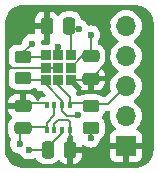
<source format=gbr>
%TF.GenerationSoftware,KiCad,Pcbnew,8.0.1*%
%TF.CreationDate,2024-05-03T15:12:58-07:00*%
%TF.ProjectId,DAWN_sensor_pcb,4441574e-5f73-4656-9e73-6f725f706362,rev?*%
%TF.SameCoordinates,Original*%
%TF.FileFunction,Copper,L1,Top*%
%TF.FilePolarity,Positive*%
%FSLAX46Y46*%
G04 Gerber Fmt 4.6, Leading zero omitted, Abs format (unit mm)*
G04 Created by KiCad (PCBNEW 8.0.1) date 2024-05-03 15:12:58*
%MOMM*%
%LPD*%
G01*
G04 APERTURE LIST*
G04 Aperture macros list*
%AMRoundRect*
0 Rectangle with rounded corners*
0 $1 Rounding radius*
0 $2 $3 $4 $5 $6 $7 $8 $9 X,Y pos of 4 corners*
0 Add a 4 corners polygon primitive as box body*
4,1,4,$2,$3,$4,$5,$6,$7,$8,$9,$2,$3,0*
0 Add four circle primitives for the rounded corners*
1,1,$1+$1,$2,$3*
1,1,$1+$1,$4,$5*
1,1,$1+$1,$6,$7*
1,1,$1+$1,$8,$9*
0 Add four rect primitives between the rounded corners*
20,1,$1+$1,$2,$3,$4,$5,0*
20,1,$1+$1,$4,$5,$6,$7,0*
20,1,$1+$1,$6,$7,$8,$9,0*
20,1,$1+$1,$8,$9,$2,$3,0*%
G04 Aperture macros list end*
%TA.AperFunction,SMDPad,CuDef*%
%ADD10RoundRect,0.250000X-0.250000X-0.475000X0.250000X-0.475000X0.250000X0.475000X-0.250000X0.475000X0*%
%TD*%
%TA.AperFunction,SMDPad,CuDef*%
%ADD11R,0.350000X0.500000*%
%TD*%
%TA.AperFunction,SMDPad,CuDef*%
%ADD12R,0.850000X0.850000*%
%TD*%
%TA.AperFunction,ComponentPad*%
%ADD13O,1.700000X1.700000*%
%TD*%
%TA.AperFunction,ComponentPad*%
%ADD14R,1.700000X1.700000*%
%TD*%
%TA.AperFunction,SMDPad,CuDef*%
%ADD15RoundRect,0.250000X-0.450000X0.262500X-0.450000X-0.262500X0.450000X-0.262500X0.450000X0.262500X0*%
%TD*%
%TA.AperFunction,SMDPad,CuDef*%
%ADD16RoundRect,0.250000X0.450000X-0.262500X0.450000X0.262500X-0.450000X0.262500X-0.450000X-0.262500X0*%
%TD*%
%TA.AperFunction,SMDPad,CuDef*%
%ADD17RoundRect,0.250000X0.475000X-0.250000X0.475000X0.250000X-0.475000X0.250000X-0.475000X-0.250000X0*%
%TD*%
%TA.AperFunction,SMDPad,CuDef*%
%ADD18RoundRect,0.250000X0.250000X0.475000X-0.250000X0.475000X-0.250000X-0.475000X0.250000X-0.475000X0*%
%TD*%
%TA.AperFunction,SMDPad,CuDef*%
%ADD19RoundRect,0.250000X-0.475000X0.250000X-0.475000X-0.250000X0.475000X-0.250000X0.475000X0.250000X0*%
%TD*%
%TA.AperFunction,ViaPad*%
%ADD20C,0.600000*%
%TD*%
%TA.AperFunction,Conductor*%
%ADD21C,0.200000*%
%TD*%
G04 APERTURE END LIST*
D10*
%TO.P,C4,1*%
%TO.N,+3.3V*%
X141603750Y-71891250D03*
%TO.P,C4,2*%
%TO.N,GND*%
X143503750Y-71891250D03*
%TD*%
D11*
%TO.P,U2,1,GND*%
%TO.N,GND*%
X141528750Y-68141250D03*
%TO.P,U2,2,CSB*%
%TO.N,+3.3V*%
X142178750Y-68141250D03*
%TO.P,U2,3,SDI*%
%TO.N,SDA*%
X142828750Y-68141250D03*
%TO.P,U2,4,SCK*%
%TO.N,SCL*%
X143478750Y-68141250D03*
%TO.P,U2,5,SDO*%
%TO.N,GND*%
X143478750Y-70191250D03*
%TO.P,U2,6,VDDIO*%
%TO.N,+3.3V*%
X142828750Y-70191250D03*
%TO.P,U2,7,GND*%
%TO.N,GND*%
X142178750Y-70191250D03*
%TO.P,U2,8,VDD*%
%TO.N,+3.3V*%
X141528750Y-70191250D03*
%TD*%
D12*
%TO.P,U1,1,MOSI/SDA*%
%TO.N,SDA*%
X141453750Y-66016250D03*
%TO.P,U1,2,SCLK/SCL*%
%TO.N,SCL*%
X142503750Y-66016250D03*
%TO.P,U1,3,MISO/ADDR*%
%TO.N,GND*%
X143553750Y-66016250D03*
%TO.P,U1,4,VDD*%
%TO.N,+3.3V*%
X143553750Y-64966250D03*
%TO.P,U1,5,VDDIO*%
X143553750Y-63916250D03*
%TO.P,U1,6,~{INT}*%
%TO.N,INTn*%
X142503750Y-63916250D03*
%TO.P,U1,7,~{CS}*%
%TO.N,+3.3V*%
X141453750Y-63916250D03*
%TO.P,U1,8,VSS*%
%TO.N,GND*%
X141453750Y-64966250D03*
%TO.P,U1,9,VSS__1*%
X142503750Y-64966250D03*
%TD*%
D13*
%TO.P,J1,5,Pin_5*%
%TO.N,+3.3V*%
X148253750Y-61416250D03*
%TO.P,J1,4,Pin_4*%
%TO.N,SDA*%
X148253750Y-63956250D03*
%TO.P,J1,3,Pin_3*%
%TO.N,SCL*%
X148253750Y-66496250D03*
%TO.P,J1,2,Pin_2*%
%TO.N,INTn*%
X148253750Y-69036250D03*
D14*
%TO.P,J1,1,Pin_1*%
%TO.N,GND*%
X148253750Y-71576250D03*
%TD*%
D15*
%TO.P,R3,1*%
%TO.N,+3.3V*%
X139503750Y-64003750D03*
%TO.P,R3,2*%
%TO.N,SDA*%
X139503750Y-65828750D03*
%TD*%
D16*
%TO.P,R4,1*%
%TO.N,+3.3V*%
X145253750Y-70053750D03*
%TO.P,R4,2*%
%TO.N,SCL*%
X145253750Y-68228750D03*
%TD*%
D17*
%TO.P,C3,1*%
%TO.N,+3.3V*%
X139503750Y-70091250D03*
%TO.P,C3,2*%
%TO.N,GND*%
X139503750Y-68191250D03*
%TD*%
D18*
%TO.P,C2,1*%
%TO.N,+3.3V*%
X143453750Y-61416250D03*
%TO.P,C2,2*%
%TO.N,GND*%
X141553750Y-61416250D03*
%TD*%
D19*
%TO.P,C1,1*%
%TO.N,+3.3V*%
X145253750Y-63966250D03*
%TO.P,C1,2*%
%TO.N,GND*%
X145253750Y-65866250D03*
%TD*%
D20*
%TO.N,GND*%
X146753750Y-61416250D03*
X146753750Y-63666250D03*
%TO.N,+3.3V*%
X139253750Y-71416250D03*
X144253750Y-61666250D03*
X145253750Y-70916250D03*
X140253750Y-62916250D03*
X140003750Y-71916250D03*
X145253750Y-62166250D03*
%TO.N,SDA*%
X144211192Y-68954322D03*
%TO.N,INTn*%
X142503750Y-63166250D03*
%TD*%
D21*
%TO.N,GND*%
X145353750Y-66016250D02*
X145503750Y-65866250D01*
X145253750Y-65866250D02*
X146753750Y-64366250D01*
X143553750Y-66016250D02*
X145353750Y-66016250D01*
X139303750Y-67916250D02*
X139253750Y-67966250D01*
X146753750Y-64366250D02*
X146753750Y-63666250D01*
X143478750Y-71641250D02*
X143503750Y-71666250D01*
X141453750Y-64966250D02*
X142503750Y-64966250D01*
X142178750Y-69966250D02*
X142178750Y-69741250D01*
X143478750Y-69516250D02*
X143478750Y-69966250D01*
X143478750Y-69966250D02*
X143478750Y-71641250D01*
X143378750Y-69416250D02*
X143478750Y-69516250D01*
X142503750Y-69416250D02*
X143378750Y-69416250D01*
X141453750Y-64966250D02*
X138283750Y-64966250D01*
X142178750Y-69741250D02*
X142503750Y-69416250D01*
X141528750Y-67916250D02*
X139303750Y-67916250D01*
%TO.N,+3.3V*%
X140003750Y-71916250D02*
X141353750Y-71916250D01*
X139253750Y-64003750D02*
X141366250Y-64003750D01*
X143553750Y-62216250D02*
X143253750Y-61916250D01*
X142178750Y-68941250D02*
X141528750Y-69591250D01*
X145253750Y-63966250D02*
X145253750Y-62166250D01*
X143553750Y-63916250D02*
X143553750Y-62216250D01*
X145503750Y-63966250D02*
X144553750Y-63966250D01*
X141528750Y-69966250D02*
X139353750Y-69966250D01*
X142178750Y-67916250D02*
X142178750Y-68941250D01*
X145253750Y-69828750D02*
X145253750Y-70916250D01*
X141366250Y-64003750D02*
X141453750Y-63916250D01*
X142828750Y-69966250D02*
X142828750Y-70441250D01*
X141528750Y-69591250D02*
X141528750Y-69966250D01*
X142828750Y-70441250D02*
X141603750Y-71666250D01*
X139353750Y-69966250D02*
X139253750Y-69866250D01*
X139253750Y-63916250D02*
X139253750Y-64003750D01*
X141353750Y-71916250D02*
X141603750Y-71666250D01*
X139253750Y-69866250D02*
X139253750Y-71416250D01*
X143503750Y-61666250D02*
X143253750Y-61916250D01*
X140253750Y-62916250D02*
X139253750Y-63916250D01*
X144253750Y-61666250D02*
X143503750Y-61666250D01*
X144553750Y-63966250D02*
X143553750Y-64966250D01*
%TO.N,SDA*%
X144149264Y-69016250D02*
X143253750Y-69016250D01*
X144211192Y-68954322D02*
X144149264Y-69016250D01*
X139441250Y-66016250D02*
X139253750Y-65828750D01*
X143253750Y-69016250D02*
X142828750Y-68591250D01*
X141453750Y-66016250D02*
X139441250Y-66016250D01*
X142828750Y-68591250D02*
X142828750Y-68141250D01*
X144211192Y-68954322D02*
X144183225Y-68926355D01*
X141453750Y-66016250D02*
X141453750Y-66366250D01*
X142828750Y-67741250D02*
X142828750Y-68141250D01*
X141453750Y-66366250D02*
X142828750Y-67741250D01*
%TO.N,SCL*%
X143478750Y-67916250D02*
X145166250Y-67916250D01*
X146746250Y-68003750D02*
X148253750Y-66496250D01*
X143478750Y-67391250D02*
X143478750Y-67916250D01*
X142503750Y-66416250D02*
X143478750Y-67391250D01*
X145253750Y-68003750D02*
X146746250Y-68003750D01*
X145166250Y-67916250D02*
X145253750Y-68003750D01*
X142503750Y-66016250D02*
X142503750Y-66416250D01*
%TO.N,INTn*%
X142503750Y-63916250D02*
X142503750Y-63166250D01*
%TD*%
%TA.AperFunction,Conductor*%
%TO.N,GND*%
G36*
X149019897Y-59666751D02*
G01*
X149081363Y-59666750D01*
X149090208Y-59667065D01*
X149290345Y-59681378D01*
X149307851Y-59683895D01*
X149499579Y-59725603D01*
X149516544Y-59730584D01*
X149700392Y-59799156D01*
X149716475Y-59806500D01*
X149888695Y-59900540D01*
X149903560Y-59910093D01*
X150060642Y-60027686D01*
X150074005Y-60039265D01*
X150212750Y-60178012D01*
X150224336Y-60191384D01*
X150341911Y-60348450D01*
X150351476Y-60363333D01*
X150445507Y-60535543D01*
X150452856Y-60551636D01*
X150521416Y-60735462D01*
X150521421Y-60735474D01*
X150526405Y-60752451D01*
X150568107Y-60944175D01*
X150570624Y-60961687D01*
X150584969Y-61162325D01*
X150585285Y-61171170D01*
X150585284Y-61240753D01*
X150585286Y-61240782D01*
X150585286Y-71842752D01*
X150585284Y-71842786D01*
X150585285Y-71911839D01*
X150584969Y-71920684D01*
X150570660Y-72120815D01*
X150568143Y-72138328D01*
X150526438Y-72330060D01*
X150521454Y-72347035D01*
X150452889Y-72530879D01*
X150445539Y-72546974D01*
X150351509Y-72719182D01*
X150341944Y-72734065D01*
X150224363Y-72891139D01*
X150212777Y-72904511D01*
X150074033Y-73043257D01*
X150060662Y-73054843D01*
X149903586Y-73172430D01*
X149888702Y-73181995D01*
X149716497Y-73276027D01*
X149700404Y-73283377D01*
X149516557Y-73351949D01*
X149499580Y-73356933D01*
X149307859Y-73398638D01*
X149290347Y-73401156D01*
X149090713Y-73415433D01*
X149081868Y-73415749D01*
X149013813Y-73415749D01*
X149013745Y-73415752D01*
X139504495Y-73416174D01*
X139495527Y-73415850D01*
X139292713Y-73401154D01*
X139274977Y-73398570D01*
X139080796Y-73355757D01*
X139063617Y-73350643D01*
X138896143Y-73287283D01*
X138877632Y-73280280D01*
X138861371Y-73272743D01*
X138687484Y-73176309D01*
X138672479Y-73166507D01*
X138514300Y-73046003D01*
X138500864Y-73034138D01*
X138361718Y-72892095D01*
X138350134Y-72878419D01*
X138343698Y-72869600D01*
X138232914Y-72717793D01*
X138223425Y-72702594D01*
X138130586Y-72526744D01*
X138123391Y-72510344D01*
X138056871Y-72322941D01*
X138052114Y-72305666D01*
X138039402Y-72241781D01*
X138013308Y-72110640D01*
X138011091Y-72092857D01*
X138009777Y-72067492D01*
X138000666Y-71891543D01*
X138000500Y-71885130D01*
X138000500Y-71881453D01*
X138000526Y-71878900D01*
X138000764Y-71867325D01*
X138001751Y-71819430D01*
X138001749Y-71819423D01*
X138001253Y-71814935D01*
X138000500Y-71801288D01*
X138000500Y-70391251D01*
X138278250Y-70391251D01*
X138278251Y-70391269D01*
X138288750Y-70494046D01*
X138288751Y-70494049D01*
X138343935Y-70660581D01*
X138343937Y-70660586D01*
X138365620Y-70695739D01*
X138429185Y-70798796D01*
X138436039Y-70809907D01*
X138521668Y-70895536D01*
X138555153Y-70956859D01*
X138550169Y-71026551D01*
X138538982Y-71049186D01*
X138527961Y-71066726D01*
X138527960Y-71066728D01*
X138468383Y-71236987D01*
X138468380Y-71237000D01*
X138448185Y-71416246D01*
X138448185Y-71416253D01*
X138468380Y-71595499D01*
X138468381Y-71595504D01*
X138527961Y-71765773D01*
X138591771Y-71867325D01*
X138623934Y-71918512D01*
X138751488Y-72046066D01*
X138799526Y-72076250D01*
X138884536Y-72129666D01*
X138904228Y-72142039D01*
X139074495Y-72201618D01*
X139074500Y-72201619D01*
X139132969Y-72208206D01*
X139190740Y-72214715D01*
X139255154Y-72241781D01*
X139281851Y-72271963D01*
X139373934Y-72418512D01*
X139501488Y-72546066D01*
X139591830Y-72602832D01*
X139625781Y-72624165D01*
X139654228Y-72642039D01*
X139778678Y-72685586D01*
X139824495Y-72701618D01*
X139824500Y-72701619D01*
X140003746Y-72721815D01*
X140003750Y-72721815D01*
X140003754Y-72721815D01*
X140182999Y-72701619D01*
X140183002Y-72701618D01*
X140183005Y-72701618D01*
X140353272Y-72642039D01*
X140468668Y-72569530D01*
X140535904Y-72550530D01*
X140602739Y-72570897D01*
X140647954Y-72624165D01*
X140652345Y-72635518D01*
X140663223Y-72668343D01*
X140668936Y-72685584D01*
X140761038Y-72834906D01*
X140885094Y-72958962D01*
X141034416Y-73051064D01*
X141200953Y-73106249D01*
X141303741Y-73116750D01*
X141903758Y-73116749D01*
X141903766Y-73116748D01*
X141903769Y-73116748D01*
X141960052Y-73110998D01*
X142006547Y-73106249D01*
X142173084Y-73051064D01*
X142322406Y-72958962D01*
X142446462Y-72834906D01*
X142448502Y-72831597D01*
X142450495Y-72829805D01*
X142450943Y-72829239D01*
X142451039Y-72829315D01*
X142500444Y-72784873D01*
X142569406Y-72773645D01*
X142633490Y-72801484D01*
X142659579Y-72831589D01*
X142661431Y-72834591D01*
X142661433Y-72834594D01*
X142785404Y-72958565D01*
X142934625Y-73050606D01*
X142934630Y-73050608D01*
X143101052Y-73105755D01*
X143101059Y-73105756D01*
X143203769Y-73116249D01*
X143253749Y-73116248D01*
X143253750Y-73116248D01*
X143253750Y-72141250D01*
X143753750Y-72141250D01*
X143753750Y-73116249D01*
X143803722Y-73116249D01*
X143803736Y-73116248D01*
X143906447Y-73105755D01*
X144072869Y-73050608D01*
X144072874Y-73050606D01*
X144222095Y-72958565D01*
X144346065Y-72834595D01*
X144438106Y-72685374D01*
X144438108Y-72685369D01*
X144493255Y-72518947D01*
X144493256Y-72518940D01*
X144503749Y-72416236D01*
X144503750Y-72416223D01*
X144503750Y-72141250D01*
X143753750Y-72141250D01*
X143253750Y-72141250D01*
X143253750Y-70941373D01*
X143273435Y-70874334D01*
X143303436Y-70842109D01*
X143361296Y-70798796D01*
X143447546Y-70683581D01*
X143447548Y-70683576D01*
X143452524Y-70670236D01*
X143494394Y-70614302D01*
X143559859Y-70589884D01*
X143628132Y-70604735D01*
X143656387Y-70625887D01*
X143663726Y-70633226D01*
X143696789Y-70642935D01*
X143742544Y-70695739D01*
X143753750Y-70747250D01*
X143753750Y-71641250D01*
X144503749Y-71641250D01*
X144503749Y-71597689D01*
X144523434Y-71530650D01*
X144576238Y-71484895D01*
X144645396Y-71474951D01*
X144708952Y-71503976D01*
X144715430Y-71510008D01*
X144751488Y-71546066D01*
X144904228Y-71642039D01*
X145074495Y-71701618D01*
X145074500Y-71701619D01*
X145253746Y-71721815D01*
X145253750Y-71721815D01*
X145253754Y-71721815D01*
X145432999Y-71701619D01*
X145433002Y-71701618D01*
X145433005Y-71701618D01*
X145603272Y-71642039D01*
X145756012Y-71546066D01*
X145883566Y-71418512D01*
X145979539Y-71265772D01*
X146039118Y-71095505D01*
X146039542Y-71091749D01*
X146044994Y-71043355D01*
X146072060Y-70978941D01*
X146103119Y-70951698D01*
X146172401Y-70908965D01*
X146172400Y-70908965D01*
X146172406Y-70908962D01*
X146296462Y-70784906D01*
X146388564Y-70635584D01*
X146443749Y-70469047D01*
X146454250Y-70366259D01*
X146454249Y-69741242D01*
X146454090Y-69739690D01*
X146443749Y-69638453D01*
X146443748Y-69638450D01*
X146405131Y-69521913D01*
X146388564Y-69471916D01*
X146296462Y-69322594D01*
X146202799Y-69228931D01*
X146169314Y-69167608D01*
X146174298Y-69097916D01*
X146202799Y-69053569D01*
X146225433Y-69030935D01*
X146296462Y-68959906D01*
X146388564Y-68810584D01*
X146428771Y-68689244D01*
X146468544Y-68631801D01*
X146533059Y-68604978D01*
X146546477Y-68604250D01*
X146659581Y-68604250D01*
X146659597Y-68604251D01*
X146809763Y-68604251D01*
X146876802Y-68623936D01*
X146922557Y-68676740D01*
X146932501Y-68745898D01*
X146929538Y-68760343D01*
X146918689Y-68800833D01*
X146918686Y-68800846D01*
X146898091Y-69036249D01*
X146898091Y-69036250D01*
X146918686Y-69271653D01*
X146918686Y-69271655D01*
X146918687Y-69271658D01*
X146932335Y-69322592D01*
X146979844Y-69499905D01*
X146979846Y-69499909D01*
X146979847Y-69499913D01*
X147063875Y-69680111D01*
X147079715Y-69714080D01*
X147079717Y-69714084D01*
X147163521Y-69833767D01*
X147215251Y-69907646D01*
X147215256Y-69907652D01*
X147337568Y-70029964D01*
X147371053Y-70091287D01*
X147366069Y-70160979D01*
X147324197Y-70216912D01*
X147293221Y-70233827D01*
X147161662Y-70282896D01*
X147161656Y-70282899D01*
X147046562Y-70369059D01*
X147046559Y-70369062D01*
X146960399Y-70484156D01*
X146960395Y-70484163D01*
X146910153Y-70618870D01*
X146910151Y-70618877D01*
X146903750Y-70678405D01*
X146903750Y-71326250D01*
X147820738Y-71326250D01*
X147787825Y-71383257D01*
X147753750Y-71510424D01*
X147753750Y-71642076D01*
X147787825Y-71769243D01*
X147820738Y-71826250D01*
X146903750Y-71826250D01*
X146903750Y-72474094D01*
X146910151Y-72533622D01*
X146910153Y-72533629D01*
X146960395Y-72668336D01*
X146960399Y-72668343D01*
X147046559Y-72783437D01*
X147046562Y-72783440D01*
X147161656Y-72869600D01*
X147161663Y-72869604D01*
X147296370Y-72919846D01*
X147296377Y-72919848D01*
X147355905Y-72926249D01*
X147355922Y-72926250D01*
X148003750Y-72926250D01*
X148003750Y-72009262D01*
X148060757Y-72042175D01*
X148187924Y-72076250D01*
X148319576Y-72076250D01*
X148446743Y-72042175D01*
X148503750Y-72009262D01*
X148503750Y-72926250D01*
X149151578Y-72926250D01*
X149151594Y-72926249D01*
X149211122Y-72919848D01*
X149211129Y-72919846D01*
X149345836Y-72869604D01*
X149345843Y-72869600D01*
X149460937Y-72783440D01*
X149460940Y-72783437D01*
X149547100Y-72668343D01*
X149547104Y-72668336D01*
X149597346Y-72533629D01*
X149597348Y-72533622D01*
X149603749Y-72474094D01*
X149603750Y-72474077D01*
X149603750Y-71826250D01*
X148686762Y-71826250D01*
X148719675Y-71769243D01*
X148753750Y-71642076D01*
X148753750Y-71510424D01*
X148719675Y-71383257D01*
X148686762Y-71326250D01*
X149603750Y-71326250D01*
X149603750Y-70678422D01*
X149603749Y-70678405D01*
X149597348Y-70618877D01*
X149597346Y-70618870D01*
X149547104Y-70484163D01*
X149547100Y-70484156D01*
X149460940Y-70369062D01*
X149460937Y-70369059D01*
X149345843Y-70282899D01*
X149345838Y-70282896D01*
X149214278Y-70233827D01*
X149158345Y-70191955D01*
X149133928Y-70126491D01*
X149148780Y-70058218D01*
X149169925Y-70029970D01*
X149292245Y-69907651D01*
X149427785Y-69714080D01*
X149527653Y-69499913D01*
X149588813Y-69271658D01*
X149609409Y-69036250D01*
X149609174Y-69033569D01*
X149591767Y-68834605D01*
X149588813Y-68800842D01*
X149527653Y-68572587D01*
X149427785Y-68358421D01*
X149292245Y-68164849D01*
X149292244Y-68164847D01*
X149125152Y-67997756D01*
X149125146Y-67997751D01*
X148939592Y-67867825D01*
X148895967Y-67813248D01*
X148888773Y-67743750D01*
X148920296Y-67681395D01*
X148939592Y-67664675D01*
X149000352Y-67622130D01*
X149125151Y-67534745D01*
X149292245Y-67367651D01*
X149427785Y-67174080D01*
X149527653Y-66959913D01*
X149588813Y-66731658D01*
X149609409Y-66496250D01*
X149608785Y-66489123D01*
X149588813Y-66260846D01*
X149588813Y-66260842D01*
X149527653Y-66032587D01*
X149427785Y-65818421D01*
X149379034Y-65748796D01*
X149292244Y-65624847D01*
X149125152Y-65457756D01*
X149125146Y-65457751D01*
X148939592Y-65327825D01*
X148895967Y-65273248D01*
X148888773Y-65203750D01*
X148920296Y-65141395D01*
X148939592Y-65124675D01*
X148961776Y-65109141D01*
X149125151Y-64994745D01*
X149292245Y-64827651D01*
X149427785Y-64634080D01*
X149527653Y-64419913D01*
X149588813Y-64191658D01*
X149609409Y-63956250D01*
X149588813Y-63720842D01*
X149527653Y-63492587D01*
X149427785Y-63278421D01*
X149406199Y-63247592D01*
X149292244Y-63084847D01*
X149125152Y-62917756D01*
X149125146Y-62917751D01*
X148939592Y-62787825D01*
X148895967Y-62733248D01*
X148888773Y-62663750D01*
X148920296Y-62601395D01*
X148939592Y-62584675D01*
X149067432Y-62495160D01*
X149125151Y-62454745D01*
X149292245Y-62287651D01*
X149427785Y-62094080D01*
X149527653Y-61879913D01*
X149588813Y-61651658D01*
X149609409Y-61416250D01*
X149588813Y-61180842D01*
X149527653Y-60952587D01*
X149427785Y-60738421D01*
X149425722Y-60735474D01*
X149292244Y-60544847D01*
X149125152Y-60377756D01*
X149125145Y-60377751D01*
X148931584Y-60242217D01*
X148931580Y-60242215D01*
X148931578Y-60242214D01*
X148717413Y-60142347D01*
X148717409Y-60142346D01*
X148717405Y-60142344D01*
X148489163Y-60081188D01*
X148489153Y-60081186D01*
X148253751Y-60060591D01*
X148253749Y-60060591D01*
X148018346Y-60081186D01*
X148018336Y-60081188D01*
X147790094Y-60142344D01*
X147790085Y-60142348D01*
X147575921Y-60242214D01*
X147575919Y-60242215D01*
X147382347Y-60377755D01*
X147215255Y-60544847D01*
X147079715Y-60738419D01*
X147079714Y-60738421D01*
X146979848Y-60952585D01*
X146979844Y-60952594D01*
X146918688Y-61180836D01*
X146918686Y-61180846D01*
X146898091Y-61416249D01*
X146898091Y-61416250D01*
X146918686Y-61651653D01*
X146918688Y-61651663D01*
X146979844Y-61879905D01*
X146979846Y-61879909D01*
X146979847Y-61879913D01*
X147029783Y-61987000D01*
X147079715Y-62094080D01*
X147079717Y-62094084D01*
X147215251Y-62287645D01*
X147215256Y-62287652D01*
X147382347Y-62454743D01*
X147382353Y-62454748D01*
X147567908Y-62584675D01*
X147611533Y-62639252D01*
X147618727Y-62708750D01*
X147587204Y-62771105D01*
X147567908Y-62787825D01*
X147382347Y-62917755D01*
X147215255Y-63084847D01*
X147079715Y-63278419D01*
X147079714Y-63278421D01*
X146979848Y-63492585D01*
X146979844Y-63492594D01*
X146918688Y-63720836D01*
X146918686Y-63720846D01*
X146898091Y-63956249D01*
X146898091Y-63956250D01*
X146918686Y-64191653D01*
X146918688Y-64191663D01*
X146979844Y-64419905D01*
X146979846Y-64419909D01*
X146979847Y-64419913D01*
X147057101Y-64585584D01*
X147079715Y-64634080D01*
X147079717Y-64634084D01*
X147215251Y-64827645D01*
X147215256Y-64827652D01*
X147382347Y-64994743D01*
X147382353Y-64994748D01*
X147567908Y-65124675D01*
X147611533Y-65179252D01*
X147618727Y-65248750D01*
X147587204Y-65311105D01*
X147567908Y-65327825D01*
X147382347Y-65457755D01*
X147215255Y-65624847D01*
X147079715Y-65818419D01*
X147079714Y-65818421D01*
X146979848Y-66032585D01*
X146979844Y-66032594D01*
X146918688Y-66260836D01*
X146918686Y-66260846D01*
X146898091Y-66496249D01*
X146898091Y-66496250D01*
X146918686Y-66731653D01*
X146918688Y-66731663D01*
X146953077Y-66860006D01*
X146951414Y-66929856D01*
X146920983Y-66979780D01*
X146533834Y-67366931D01*
X146472511Y-67400416D01*
X146446153Y-67403250D01*
X146253083Y-67403250D01*
X146186044Y-67383565D01*
X146176172Y-67376516D01*
X146172408Y-67373540D01*
X146172406Y-67373538D01*
X146023084Y-67281436D01*
X145856547Y-67226251D01*
X145856545Y-67226250D01*
X145753760Y-67215750D01*
X144753748Y-67215750D01*
X144753730Y-67215751D01*
X144650953Y-67226250D01*
X144650950Y-67226251D01*
X144484418Y-67281435D01*
X144484413Y-67281437D01*
X144468683Y-67291139D01*
X144458713Y-67297289D01*
X144393618Y-67315750D01*
X144175352Y-67315750D01*
X144108313Y-67296065D01*
X144062558Y-67243261D01*
X144055576Y-67223840D01*
X144053409Y-67215752D01*
X144053409Y-67215751D01*
X144038327Y-67159465D01*
X144013288Y-67116099D01*
X143996815Y-67048200D01*
X144019666Y-66982173D01*
X144074587Y-66938981D01*
X144078882Y-66937623D01*
X144078858Y-66937559D01*
X144109918Y-66925973D01*
X144109918Y-66925972D01*
X143553750Y-66369803D01*
X143465568Y-66281621D01*
X143432083Y-66220298D01*
X143429249Y-66193944D01*
X143429249Y-66015748D01*
X143448934Y-65948710D01*
X143501738Y-65902955D01*
X143553249Y-65891749D01*
X143731440Y-65891749D01*
X143798479Y-65911434D01*
X143819121Y-65928068D01*
X144451804Y-66560750D01*
X144485289Y-66622073D01*
X144480305Y-66691764D01*
X144451804Y-66736112D01*
X144414898Y-66773017D01*
X144459629Y-66800608D01*
X144626052Y-66855755D01*
X144626059Y-66855756D01*
X144728769Y-66866249D01*
X145003749Y-66866249D01*
X145003750Y-66866248D01*
X145003750Y-66116250D01*
X145503750Y-66116250D01*
X145503750Y-66866249D01*
X145778722Y-66866249D01*
X145778736Y-66866248D01*
X145881447Y-66855755D01*
X146047869Y-66800608D01*
X146047874Y-66800606D01*
X146197095Y-66708565D01*
X146321065Y-66584595D01*
X146413106Y-66435374D01*
X146413108Y-66435369D01*
X146468255Y-66268947D01*
X146468256Y-66268940D01*
X146478749Y-66166236D01*
X146478750Y-66166223D01*
X146478750Y-66116250D01*
X145503750Y-66116250D01*
X145003750Y-66116250D01*
X145003750Y-65740250D01*
X145023435Y-65673211D01*
X145076239Y-65627456D01*
X145127750Y-65616250D01*
X146478749Y-65616250D01*
X146478749Y-65566278D01*
X146478748Y-65566263D01*
X146468255Y-65463552D01*
X146413108Y-65297130D01*
X146413106Y-65297125D01*
X146321065Y-65147904D01*
X146197094Y-65023933D01*
X146197091Y-65023931D01*
X146194089Y-65022079D01*
X146192463Y-65020271D01*
X146191427Y-65019452D01*
X146191567Y-65019274D01*
X146147367Y-64970130D01*
X146136147Y-64901167D01*
X146163993Y-64837086D01*
X146194094Y-64811004D01*
X146197406Y-64808962D01*
X146321462Y-64684906D01*
X146413564Y-64535584D01*
X146468749Y-64369047D01*
X146479250Y-64266259D01*
X146479249Y-63666242D01*
X146468749Y-63563453D01*
X146413564Y-63396916D01*
X146321462Y-63247594D01*
X146197406Y-63123538D01*
X146074057Y-63047456D01*
X146048086Y-63031437D01*
X146048085Y-63031436D01*
X146048084Y-63031436D01*
X145956989Y-63001250D01*
X145939245Y-62995370D01*
X145881800Y-62955597D01*
X145854978Y-62891081D01*
X145854250Y-62877664D01*
X145854250Y-62748662D01*
X145873935Y-62681623D01*
X145881305Y-62671347D01*
X145883560Y-62668517D01*
X145883566Y-62668512D01*
X145979539Y-62515772D01*
X146039118Y-62345505D01*
X146039119Y-62345499D01*
X146059315Y-62166253D01*
X146059315Y-62166246D01*
X146039119Y-61987000D01*
X146039118Y-61986995D01*
X146001648Y-61879913D01*
X145979539Y-61816728D01*
X145883566Y-61663988D01*
X145756012Y-61536434D01*
X145603273Y-61440461D01*
X145433004Y-61380881D01*
X145432999Y-61380880D01*
X145253754Y-61360685D01*
X145253746Y-61360685D01*
X145100886Y-61377907D01*
X145032064Y-61365852D01*
X144982009Y-61320659D01*
X144931819Y-61240782D01*
X144883566Y-61163988D01*
X144756012Y-61036434D01*
X144637047Y-60961683D01*
X144603271Y-60940460D01*
X144528331Y-60914237D01*
X144471556Y-60873515D01*
X144445929Y-60809796D01*
X144443749Y-60788453D01*
X144443748Y-60788450D01*
X144419313Y-60714710D01*
X144388564Y-60621916D01*
X144296462Y-60472594D01*
X144172406Y-60348538D01*
X144023084Y-60256436D01*
X143856547Y-60201251D01*
X143856545Y-60201250D01*
X143753760Y-60190750D01*
X143153748Y-60190750D01*
X143153730Y-60190751D01*
X143050953Y-60201250D01*
X143050950Y-60201251D01*
X142884418Y-60256435D01*
X142884413Y-60256437D01*
X142735092Y-60348539D01*
X142611038Y-60472593D01*
X142611033Y-60472599D01*
X142608991Y-60475911D01*
X142606997Y-60477703D01*
X142606557Y-60478261D01*
X142606461Y-60478185D01*
X142557041Y-60522633D01*
X142488078Y-60533852D01*
X142423997Y-60506005D01*
X142397918Y-60475906D01*
X142396069Y-60472909D01*
X142396066Y-60472905D01*
X142272095Y-60348934D01*
X142122874Y-60256893D01*
X142122869Y-60256891D01*
X141956447Y-60201744D01*
X141956440Y-60201743D01*
X141853736Y-60191250D01*
X141803750Y-60191250D01*
X141803750Y-62656253D01*
X141819187Y-62684524D01*
X141814203Y-62754216D01*
X141803015Y-62776854D01*
X141777960Y-62816728D01*
X141746127Y-62907704D01*
X141705405Y-62964480D01*
X141640452Y-62990228D01*
X141629085Y-62990750D01*
X141178522Y-62990750D01*
X141111483Y-62971065D01*
X141065728Y-62918261D01*
X141055302Y-62880633D01*
X141042930Y-62770826D01*
X141054985Y-62702004D01*
X141102334Y-62650625D01*
X141169944Y-62633001D01*
X141178754Y-62633585D01*
X141253770Y-62641249D01*
X141303749Y-62641248D01*
X141303750Y-62641248D01*
X141303750Y-61666250D01*
X140553751Y-61666250D01*
X140553751Y-61941221D01*
X140553752Y-61941241D01*
X140559121Y-61993807D01*
X140546350Y-62062500D01*
X140498469Y-62113383D01*
X140430679Y-62130303D01*
X140421880Y-62129627D01*
X140253754Y-62110685D01*
X140253746Y-62110685D01*
X140074500Y-62130880D01*
X140074495Y-62130881D01*
X139904226Y-62190461D01*
X139751487Y-62286434D01*
X139623934Y-62413987D01*
X139527960Y-62566728D01*
X139468380Y-62737000D01*
X139458587Y-62823916D01*
X139431520Y-62888330D01*
X139423049Y-62897712D01*
X139366332Y-62954430D01*
X139305009Y-62987916D01*
X139278650Y-62990750D01*
X139003749Y-62990750D01*
X139003730Y-62990751D01*
X138900953Y-63001250D01*
X138900950Y-63001251D01*
X138734418Y-63056435D01*
X138734413Y-63056437D01*
X138585092Y-63148539D01*
X138461039Y-63272592D01*
X138368937Y-63421913D01*
X138368936Y-63421916D01*
X138313751Y-63588453D01*
X138313751Y-63588454D01*
X138313750Y-63588454D01*
X138303250Y-63691233D01*
X138303250Y-64316251D01*
X138303251Y-64316269D01*
X138313750Y-64419046D01*
X138313751Y-64419049D01*
X138352368Y-64535586D01*
X138368936Y-64585584D01*
X138438765Y-64698796D01*
X138461039Y-64734907D01*
X138554701Y-64828569D01*
X138588186Y-64889892D01*
X138583202Y-64959584D01*
X138554701Y-65003931D01*
X138461039Y-65097592D01*
X138368937Y-65246913D01*
X138368936Y-65246916D01*
X138313751Y-65413453D01*
X138313751Y-65413454D01*
X138313750Y-65413454D01*
X138303250Y-65516233D01*
X138303250Y-66141251D01*
X138303251Y-66141269D01*
X138313750Y-66244046D01*
X138313751Y-66244049D01*
X138368935Y-66410581D01*
X138368937Y-66410586D01*
X138403819Y-66467138D01*
X138461038Y-66559906D01*
X138585094Y-66683962D01*
X138734416Y-66776064D01*
X138900953Y-66831249D01*
X139003741Y-66841750D01*
X140003758Y-66841749D01*
X140003766Y-66841748D01*
X140003769Y-66841748D01*
X140060052Y-66835998D01*
X140106547Y-66831249D01*
X140273084Y-66776064D01*
X140422406Y-66683962D01*
X140422413Y-66683954D01*
X140424806Y-66682063D01*
X140426767Y-66681271D01*
X140428553Y-66680170D01*
X140428741Y-66680474D01*
X140489598Y-66655915D01*
X140558242Y-66668947D01*
X140600994Y-66705009D01*
X140671202Y-66798794D01*
X140671205Y-66798797D01*
X140786414Y-66885043D01*
X140786421Y-66885047D01*
X140831368Y-66901811D01*
X140921267Y-66935341D01*
X140980877Y-66941750D01*
X141128651Y-66941749D01*
X141195691Y-66961433D01*
X141216333Y-66978068D01*
X141417833Y-67179569D01*
X141451318Y-67240892D01*
X141446334Y-67310584D01*
X141404462Y-67366517D01*
X141338998Y-67390934D01*
X141330152Y-67391250D01*
X141305905Y-67391250D01*
X141246377Y-67397651D01*
X141246370Y-67397653D01*
X141111663Y-67447895D01*
X141111656Y-67447899D01*
X140996562Y-67534059D01*
X140996559Y-67534062D01*
X140910399Y-67649156D01*
X140910395Y-67649164D01*
X140907283Y-67657508D01*
X140865410Y-67713441D01*
X140799946Y-67737856D01*
X140731673Y-67723003D01*
X140682269Y-67673597D01*
X140673396Y-67653176D01*
X140663108Y-67622130D01*
X140663106Y-67622125D01*
X140571065Y-67472904D01*
X140447095Y-67348934D01*
X140297874Y-67256893D01*
X140297869Y-67256891D01*
X140131447Y-67201744D01*
X140131440Y-67201743D01*
X140028736Y-67191250D01*
X139753750Y-67191250D01*
X139753750Y-68317250D01*
X139734065Y-68384289D01*
X139681261Y-68430044D01*
X139629750Y-68441250D01*
X138278751Y-68441250D01*
X138278751Y-68491236D01*
X138289244Y-68593947D01*
X138344391Y-68760369D01*
X138344393Y-68760374D01*
X138436434Y-68909595D01*
X138560405Y-69033566D01*
X138560409Y-69033569D01*
X138563406Y-69035418D01*
X138565029Y-69037222D01*
X138566073Y-69038048D01*
X138565931Y-69038226D01*
X138610131Y-69087366D01*
X138621352Y-69156329D01*
X138593509Y-69220411D01*
X138563411Y-69246491D01*
X138560099Y-69248533D01*
X138560093Y-69248538D01*
X138436039Y-69372592D01*
X138343937Y-69521913D01*
X138343936Y-69521916D01*
X138288751Y-69688453D01*
X138288751Y-69688454D01*
X138288750Y-69688454D01*
X138278250Y-69791233D01*
X138278250Y-70391251D01*
X138000500Y-70391251D01*
X138000500Y-67941250D01*
X138278750Y-67941250D01*
X139253750Y-67941250D01*
X139253750Y-67191250D01*
X138978779Y-67191250D01*
X138978762Y-67191251D01*
X138876052Y-67201744D01*
X138709630Y-67256891D01*
X138709625Y-67256893D01*
X138560404Y-67348934D01*
X138436434Y-67472904D01*
X138344393Y-67622125D01*
X138344391Y-67622130D01*
X138289244Y-67788552D01*
X138289243Y-67788559D01*
X138278750Y-67891263D01*
X138278750Y-67941250D01*
X138000500Y-67941250D01*
X138000500Y-61240782D01*
X138000501Y-61240753D01*
X138000500Y-61232133D01*
X138000502Y-61232130D01*
X138000500Y-61170658D01*
X138000658Y-61166250D01*
X140553750Y-61166250D01*
X141303750Y-61166250D01*
X141303750Y-60191250D01*
X141303749Y-60191249D01*
X141253779Y-60191250D01*
X141253761Y-60191251D01*
X141151052Y-60201744D01*
X140984630Y-60256891D01*
X140984625Y-60256893D01*
X140835404Y-60348934D01*
X140711434Y-60472904D01*
X140619393Y-60622125D01*
X140619391Y-60622130D01*
X140564244Y-60788552D01*
X140564243Y-60788559D01*
X140553750Y-60891263D01*
X140553750Y-61166250D01*
X138000658Y-61166250D01*
X138000816Y-61161815D01*
X138005210Y-61100358D01*
X138015125Y-60961679D01*
X138017642Y-60944170D01*
X138046871Y-60809796D01*
X138059347Y-60752432D01*
X138064331Y-60735462D01*
X138072362Y-60713928D01*
X138132900Y-60551606D01*
X138140238Y-60535537D01*
X138234281Y-60363304D01*
X138243835Y-60348437D01*
X138361430Y-60191344D01*
X138373006Y-60177985D01*
X138511750Y-60039237D01*
X138525119Y-60027653D01*
X138540127Y-60016417D01*
X138682204Y-59910057D01*
X138697070Y-59900504D01*
X138869305Y-59806454D01*
X138885371Y-59799116D01*
X139069239Y-59730536D01*
X139086192Y-59725558D01*
X139277936Y-59683846D01*
X139295435Y-59681330D01*
X139494883Y-59667066D01*
X139503729Y-59666750D01*
X139565892Y-59666750D01*
X149019893Y-59666750D01*
X149019897Y-59666751D01*
G37*
%TD.AperFunction*%
%TD*%
M02*

</source>
